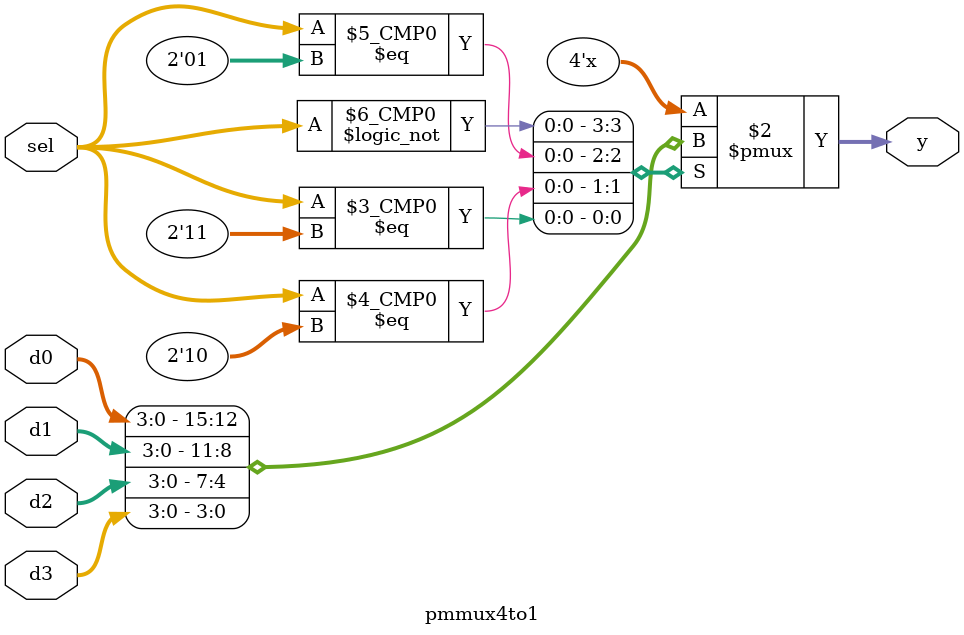
<source format=v>
`timescale 1ns / 1ps


module pmmux4to1(d0,d1,d2,d3,sel,y);

    input [3:0] d0,d1,d2,d3;
    input [1:0] sel;
    output reg [3:0] y;

    always@(d0 or d1 or d2 or d3 or sel) 
    begin
        case(sel)
            2'b00: y = d0;
            2'b01: y = d1;
            2'b10: y = d2;
            2'b11: y = d3;
        endcase
    end
endmodule

</source>
